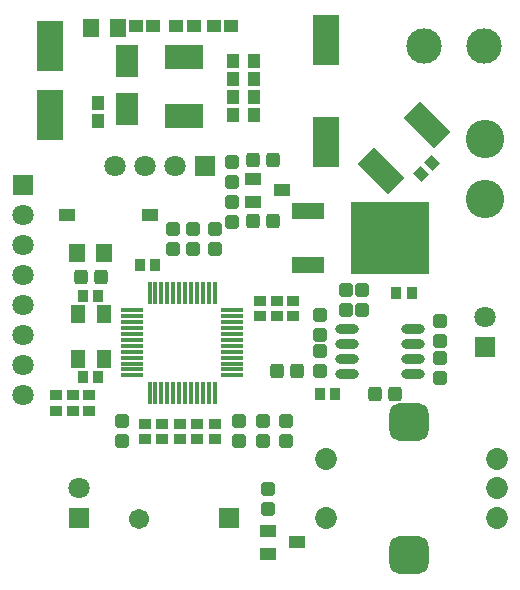
<source format=gts>
G04*
G04 #@! TF.GenerationSoftware,Altium Limited,Altium Designer,21.3.2 (30)*
G04*
G04 Layer_Color=8388736*
%FSTAX25Y25*%
%MOIN*%
G70*
G04*
G04 #@! TF.SameCoordinates,0A4AD645-AEA6-451A-A6B0-79CA1E045321*
G04*
G04*
G04 #@! TF.FilePolarity,Negative*
G04*
G01*
G75*
%ADD41R,0.01781X0.07293*%
%ADD42R,0.07293X0.01781*%
%ADD43R,0.08674X0.16942*%
%ADD44R,0.05524X0.04147*%
G04:AMPARAMS|DCode=45|XSize=47.37mil|YSize=43.43mil|CornerRadius=8.43mil|HoleSize=0mil|Usage=FLASHONLY|Rotation=90.000|XOffset=0mil|YOffset=0mil|HoleType=Round|Shape=RoundedRectangle|*
%AMROUNDEDRECTD45*
21,1,0.04737,0.02657,0,0,90.0*
21,1,0.03051,0.04343,0,0,90.0*
1,1,0.01686,0.01329,0.01526*
1,1,0.01686,0.01329,-0.01526*
1,1,0.01686,-0.01329,-0.01526*
1,1,0.01686,-0.01329,0.01526*
%
%ADD45ROUNDEDRECTD45*%
%ADD46R,0.04147X0.03556*%
%ADD47R,0.03556X0.04147*%
%ADD48R,0.04737X0.06312*%
%ADD49R,0.05524X0.03950*%
G04:AMPARAMS|DCode=50|XSize=47.37mil|YSize=43.43mil|CornerRadius=8.43mil|HoleSize=0mil|Usage=FLASHONLY|Rotation=0.000|XOffset=0mil|YOffset=0mil|HoleType=Round|Shape=RoundedRectangle|*
%AMROUNDEDRECTD50*
21,1,0.04737,0.02657,0,0,0.0*
21,1,0.03051,0.04343,0,0,0.0*
1,1,0.01686,0.01526,-0.01329*
1,1,0.01686,-0.01526,-0.01329*
1,1,0.01686,-0.01526,0.01329*
1,1,0.01686,0.01526,0.01329*
%
%ADD50ROUNDEDRECTD50*%
%ADD51R,0.05800X0.06300*%
G04:AMPARAMS|DCode=52|XSize=143.83mil|YSize=78.87mil|CornerRadius=0mil|HoleSize=0mil|Usage=FLASHONLY|Rotation=315.000|XOffset=0mil|YOffset=0mil|HoleType=Round|Shape=Rectangle|*
%AMROTATEDRECTD52*
4,1,4,-0.07873,0.02297,-0.02297,0.07873,0.07873,-0.02297,0.02297,-0.07873,-0.07873,0.02297,0.0*
%
%ADD52ROTATEDRECTD52*%

%ADD53R,0.08674X0.16548*%
%ADD54R,0.10642X0.05524*%
%ADD55R,0.26391X0.24422*%
%ADD56R,0.07493X0.10642*%
%ADD57R,0.04340X0.04537*%
G04:AMPARAMS|DCode=58|XSize=41.47mil|YSize=35.56mil|CornerRadius=0mil|HoleSize=0mil|Usage=FLASHONLY|Rotation=135.000|XOffset=0mil|YOffset=0mil|HoleType=Round|Shape=Rectangle|*
%AMROTATEDRECTD58*
4,1,4,0.02723,-0.00209,0.00209,-0.02723,-0.02723,0.00209,-0.00209,0.02723,0.02723,-0.00209,0.0*
%
%ADD58ROTATEDRECTD58*%

%ADD59O,0.07887X0.03162*%
%ADD60R,0.04537X0.04340*%
%ADD61R,0.13005X0.07887*%
%ADD62C,0.07099*%
%ADD63R,0.07099X0.07099*%
%ADD64R,0.07099X0.07099*%
G04:AMPARAMS|DCode=65|XSize=130.05mil|YSize=126.11mil|CornerRadius=33.53mil|HoleSize=0mil|Usage=FLASHONLY|Rotation=0.000|XOffset=0mil|YOffset=0mil|HoleType=Round|Shape=RoundedRectangle|*
%AMROUNDEDRECTD65*
21,1,0.13005,0.05906,0,0,0.0*
21,1,0.06299,0.12611,0,0,0.0*
1,1,0.06706,0.03150,-0.02953*
1,1,0.06706,-0.03150,-0.02953*
1,1,0.06706,-0.03150,0.02953*
1,1,0.06706,0.03150,0.02953*
%
%ADD65ROUNDEDRECTD65*%
%ADD66C,0.07296*%
%ADD67R,0.06706X0.06706*%
%ADD68C,0.06706*%
%ADD69C,0.11800*%
%ADD70C,0.12800*%
D41*
X0335173Y0299685D02*
D03*
X0337142D02*
D03*
X033911D02*
D03*
X0341079D02*
D03*
X0343047D02*
D03*
X0345016D02*
D03*
X0346984D02*
D03*
X0348953D02*
D03*
X0350921D02*
D03*
X035289D02*
D03*
X0354858D02*
D03*
X0356827D02*
D03*
Y0266315D02*
D03*
X0354858D02*
D03*
X035289D02*
D03*
X0350921D02*
D03*
X0348953D02*
D03*
X0346984D02*
D03*
X0345016D02*
D03*
X0343047D02*
D03*
X0341079D02*
D03*
X033911D02*
D03*
X0337142D02*
D03*
X0335173D02*
D03*
D42*
X0362685Y0293827D02*
D03*
Y0291858D02*
D03*
Y028989D02*
D03*
Y0287921D02*
D03*
Y0285953D02*
D03*
Y0283984D02*
D03*
Y0282016D02*
D03*
Y0280047D02*
D03*
Y0278079D02*
D03*
Y027611D02*
D03*
Y0274142D02*
D03*
Y0272173D02*
D03*
X0329315D02*
D03*
Y0274142D02*
D03*
Y027611D02*
D03*
Y0278079D02*
D03*
Y0280047D02*
D03*
Y0282016D02*
D03*
Y0283984D02*
D03*
Y0285953D02*
D03*
Y0287921D02*
D03*
Y028989D02*
D03*
Y0291858D02*
D03*
Y0293827D02*
D03*
D43*
X0394Y0384126D02*
D03*
Y0349874D02*
D03*
D44*
X0379421Y033398D02*
D03*
X03696Y03377D02*
D03*
X0369579Y033012D02*
D03*
X0374579Y021262D02*
D03*
X03746Y02202D02*
D03*
X0384421Y021648D02*
D03*
D45*
X0376346Y0344D02*
D03*
X0369654D02*
D03*
X0312154Y0305D02*
D03*
X0318847D02*
D03*
X0384347Y02735D02*
D03*
X0377654D02*
D03*
X0416847Y0266D02*
D03*
X0410153D02*
D03*
X0376346Y03235D02*
D03*
X0369654D02*
D03*
D46*
X0304Y0265559D02*
D03*
Y0260441D02*
D03*
X0372Y0291941D02*
D03*
Y0297059D02*
D03*
X0315Y0265559D02*
D03*
Y0260441D02*
D03*
X03095Y0265559D02*
D03*
Y0260441D02*
D03*
X03775Y0291941D02*
D03*
Y0297059D02*
D03*
X0383Y0291941D02*
D03*
Y0297059D02*
D03*
X0339375Y0256059D02*
D03*
Y0250941D02*
D03*
X0357Y0256059D02*
D03*
Y0250941D02*
D03*
X034525D02*
D03*
Y0256059D02*
D03*
X03335Y0250941D02*
D03*
Y0256059D02*
D03*
X0351125Y0250941D02*
D03*
Y0256059D02*
D03*
D47*
X0318059Y02985D02*
D03*
X0312941D02*
D03*
Y02715D02*
D03*
X0318059D02*
D03*
X0337059Y0309D02*
D03*
X0331941D02*
D03*
X0391941Y0266D02*
D03*
X0397059D02*
D03*
X0417441Y02995D02*
D03*
X0422559D02*
D03*
D48*
X0311169Y027752D02*
D03*
Y029248D02*
D03*
X0319831Y027752D02*
D03*
Y029248D02*
D03*
D49*
X030772Y03255D02*
D03*
X0335279D02*
D03*
D50*
X03625Y0336653D02*
D03*
Y0343347D02*
D03*
X0343Y0320847D02*
D03*
Y0314154D02*
D03*
X03495Y0320847D02*
D03*
Y0314154D02*
D03*
X0357Y0320847D02*
D03*
Y0314154D02*
D03*
X0365Y0250153D02*
D03*
Y0256846D02*
D03*
X03805D02*
D03*
Y0250153D02*
D03*
X0373Y0256846D02*
D03*
Y0250153D02*
D03*
X0392Y0285653D02*
D03*
Y0292347D02*
D03*
X04005Y0293807D02*
D03*
Y03005D02*
D03*
X0326Y0256846D02*
D03*
Y0250153D02*
D03*
X03625Y0329847D02*
D03*
Y0323153D02*
D03*
X0406Y0293807D02*
D03*
Y03005D02*
D03*
X0392Y0273654D02*
D03*
Y0280346D02*
D03*
X0432Y0277847D02*
D03*
Y0271153D02*
D03*
Y0290347D02*
D03*
Y0283653D02*
D03*
X03745Y0227654D02*
D03*
Y0234347D02*
D03*
D51*
X032Y0313D02*
D03*
X0311D02*
D03*
X03245Y0388D02*
D03*
X03155D02*
D03*
D52*
X0412275Y0340275D02*
D03*
X0427725Y0355725D02*
D03*
D53*
X0302Y0359D02*
D03*
Y0381835D02*
D03*
D54*
X0387882Y0326963D02*
D03*
X0387882Y0308963D02*
D03*
D55*
X0415244Y0317963D02*
D03*
D56*
X03275Y0376874D02*
D03*
Y0361126D02*
D03*
D57*
X037Y0364953D02*
D03*
Y0359047D02*
D03*
X0363D02*
D03*
Y0364953D02*
D03*
X0318Y0357047D02*
D03*
Y0362953D02*
D03*
X0363Y0371047D02*
D03*
Y0376953D02*
D03*
X037Y0371047D02*
D03*
Y0376953D02*
D03*
D58*
X042931Y034281D02*
D03*
X0425691Y0339191D02*
D03*
D59*
X0423122Y02725D02*
D03*
Y02775D02*
D03*
Y02825D02*
D03*
Y02875D02*
D03*
X0400878Y02725D02*
D03*
Y02775D02*
D03*
Y02825D02*
D03*
Y02875D02*
D03*
D60*
X0330547Y03885D02*
D03*
X0336453D02*
D03*
X0344047D02*
D03*
X0349953D02*
D03*
X0356547D02*
D03*
X0362453D02*
D03*
D61*
X03465Y0358658D02*
D03*
Y0378343D02*
D03*
D62*
X0447Y02915D02*
D03*
X03235Y0342D02*
D03*
X03335D02*
D03*
X03435D02*
D03*
X0293Y02655D02*
D03*
Y02755D02*
D03*
Y02855D02*
D03*
Y02955D02*
D03*
Y03055D02*
D03*
Y03155D02*
D03*
Y03255D02*
D03*
X03115Y02345D02*
D03*
D63*
X0447Y02815D02*
D03*
X0293Y03355D02*
D03*
X03115Y02245D02*
D03*
D64*
X03535Y0342D02*
D03*
D65*
X04215Y0256547D02*
D03*
Y0212453D02*
D03*
D66*
X0393941Y0244342D02*
D03*
Y0224658D02*
D03*
X0451028Y0244342D02*
D03*
Y02345D02*
D03*
Y0224658D02*
D03*
D67*
X03615Y02245D02*
D03*
D68*
X03315Y022445D02*
D03*
D69*
X04265Y0382D02*
D03*
X04465D02*
D03*
D70*
X0447Y0331D02*
D03*
Y0351D02*
D03*
M02*

</source>
